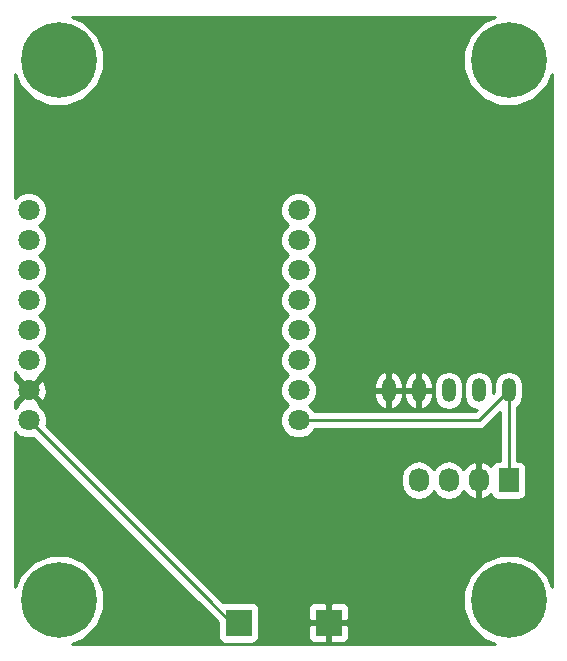
<source format=gbl>
G04 #@! TF.FileFunction,Copper,L2,Bot,Signal*
%FSLAX46Y46*%
G04 Gerber Fmt 4.6, Leading zero omitted, Abs format (unit mm)*
G04 Created by KiCad (PCBNEW 4.0.5+dfsg1-4) date Thu Jun  7 11:31:42 2018*
%MOMM*%
%LPD*%
G01*
G04 APERTURE LIST*
%ADD10C,0.100000*%
%ADD11O,1.200000X2.000000*%
%ADD12C,1.800000*%
%ADD13C,6.400000*%
%ADD14R,1.727200X2.032000*%
%ADD15O,1.727200X2.032000*%
%ADD16R,2.235200X2.235200*%
%ADD17C,0.250000*%
%ADD18C,0.254000*%
G04 APERTURE END LIST*
D10*
D11*
X170180000Y-88900000D03*
X172720000Y-88900000D03*
X175260000Y-88900000D03*
X177800000Y-88900000D03*
X180340000Y-88900000D03*
D12*
X139700000Y-73660000D03*
X139700000Y-76200000D03*
X139700000Y-78740000D03*
X139700000Y-81280000D03*
X139700000Y-83820000D03*
X139700000Y-86360000D03*
X139700000Y-88900000D03*
X139700000Y-91440000D03*
X162560000Y-91440000D03*
X162560000Y-88900000D03*
X162560000Y-86360000D03*
X162560000Y-83820000D03*
X162560000Y-81280000D03*
X162560000Y-78740000D03*
X162560000Y-76200000D03*
X162560000Y-73660000D03*
D13*
X142240000Y-106680000D03*
X180340000Y-106680000D03*
X180340000Y-60960000D03*
D14*
X180340000Y-96520000D03*
D15*
X177800000Y-96520000D03*
X175260000Y-96520000D03*
X172720000Y-96520000D03*
D13*
X142240000Y-60960000D03*
D16*
X165100000Y-108585000D03*
X157480000Y-108585000D03*
D17*
X162560000Y-91440000D02*
X177800000Y-91440000D01*
X177800000Y-91440000D02*
X180340000Y-88900000D01*
X180340000Y-96520000D02*
X180340000Y-88900000D01*
X157480000Y-108585000D02*
X156845000Y-108585000D01*
X156845000Y-108585000D02*
X154940000Y-106680000D01*
X154940000Y-106680000D02*
X139700000Y-91440000D01*
D18*
G36*
X178170485Y-57706950D02*
X177090741Y-58784811D01*
X176505667Y-60193825D01*
X176504336Y-61719482D01*
X177086950Y-63129515D01*
X178164811Y-64209259D01*
X179573825Y-64794333D01*
X181099482Y-64795664D01*
X182509515Y-64213050D01*
X183589259Y-63135189D01*
X184023000Y-62090625D01*
X184023000Y-105551043D01*
X183593050Y-104510485D01*
X182515189Y-103430741D01*
X181106175Y-102845667D01*
X179580518Y-102844336D01*
X178170485Y-103426950D01*
X177090741Y-104504811D01*
X176505667Y-105913825D01*
X176504336Y-107439482D01*
X177086950Y-108849515D01*
X178164811Y-109929259D01*
X179209375Y-110363000D01*
X143368957Y-110363000D01*
X144409515Y-109933050D01*
X145489259Y-108855189D01*
X146074333Y-107446175D01*
X146075664Y-105920518D01*
X145493050Y-104510485D01*
X144415189Y-103430741D01*
X143006175Y-102845667D01*
X141480518Y-102844336D01*
X140070485Y-103426950D01*
X138990741Y-104504811D01*
X138557000Y-105549375D01*
X138557000Y-92467717D01*
X138829357Y-92740551D01*
X139393330Y-92974733D01*
X140003991Y-92975265D01*
X140114713Y-92929515D01*
X155714960Y-108529762D01*
X155714960Y-109702600D01*
X155759238Y-109937917D01*
X155898310Y-110154041D01*
X156110510Y-110299031D01*
X156362400Y-110350040D01*
X158597600Y-110350040D01*
X158832917Y-110305762D01*
X159049041Y-110166690D01*
X159194031Y-109954490D01*
X159245040Y-109702600D01*
X159245040Y-108870750D01*
X163347400Y-108870750D01*
X163347400Y-109828910D01*
X163444073Y-110062299D01*
X163622702Y-110240927D01*
X163856091Y-110337600D01*
X164814250Y-110337600D01*
X164973000Y-110178850D01*
X164973000Y-108712000D01*
X165227000Y-108712000D01*
X165227000Y-110178850D01*
X165385750Y-110337600D01*
X166343909Y-110337600D01*
X166577298Y-110240927D01*
X166755927Y-110062299D01*
X166852600Y-109828910D01*
X166852600Y-108870750D01*
X166693850Y-108712000D01*
X165227000Y-108712000D01*
X164973000Y-108712000D01*
X163506150Y-108712000D01*
X163347400Y-108870750D01*
X159245040Y-108870750D01*
X159245040Y-107467400D01*
X159221274Y-107341090D01*
X163347400Y-107341090D01*
X163347400Y-108299250D01*
X163506150Y-108458000D01*
X164973000Y-108458000D01*
X164973000Y-106991150D01*
X165227000Y-106991150D01*
X165227000Y-108458000D01*
X166693850Y-108458000D01*
X166852600Y-108299250D01*
X166852600Y-107341090D01*
X166755927Y-107107701D01*
X166577298Y-106929073D01*
X166343909Y-106832400D01*
X165385750Y-106832400D01*
X165227000Y-106991150D01*
X164973000Y-106991150D01*
X164814250Y-106832400D01*
X163856091Y-106832400D01*
X163622702Y-106929073D01*
X163444073Y-107107701D01*
X163347400Y-107341090D01*
X159221274Y-107341090D01*
X159200762Y-107232083D01*
X159061690Y-107015959D01*
X158849490Y-106870969D01*
X158597600Y-106819960D01*
X156362400Y-106819960D01*
X156187645Y-106852843D01*
X145670057Y-96335255D01*
X171221400Y-96335255D01*
X171221400Y-96704745D01*
X171335474Y-97278234D01*
X171660330Y-97764415D01*
X172146511Y-98089271D01*
X172720000Y-98203345D01*
X173293489Y-98089271D01*
X173779670Y-97764415D01*
X173990000Y-97449634D01*
X174200330Y-97764415D01*
X174686511Y-98089271D01*
X175260000Y-98203345D01*
X175833489Y-98089271D01*
X176319670Y-97764415D01*
X176526461Y-97454931D01*
X176897964Y-97870732D01*
X177425209Y-98124709D01*
X177440974Y-98127358D01*
X177673000Y-98006217D01*
X177673000Y-96647000D01*
X177653000Y-96647000D01*
X177653000Y-96393000D01*
X177673000Y-96393000D01*
X177673000Y-95033783D01*
X177440974Y-94912642D01*
X177425209Y-94915291D01*
X176897964Y-95169268D01*
X176526461Y-95585069D01*
X176319670Y-95275585D01*
X175833489Y-94950729D01*
X175260000Y-94836655D01*
X174686511Y-94950729D01*
X174200330Y-95275585D01*
X173990000Y-95590366D01*
X173779670Y-95275585D01*
X173293489Y-94950729D01*
X172720000Y-94836655D01*
X172146511Y-94950729D01*
X171660330Y-95275585D01*
X171335474Y-95761766D01*
X171221400Y-96335255D01*
X145670057Y-96335255D01*
X141189766Y-91854964D01*
X141234733Y-91746670D01*
X141235265Y-91136009D01*
X141002068Y-90571629D01*
X140570643Y-90139449D01*
X140549806Y-90130797D01*
X140600554Y-89980159D01*
X139700000Y-89079605D01*
X138799446Y-89980159D01*
X138850035Y-90130327D01*
X138831629Y-90137932D01*
X138557000Y-90412081D01*
X138557000Y-89779384D01*
X138619841Y-89800554D01*
X139520395Y-88900000D01*
X139879605Y-88900000D01*
X140780159Y-89800554D01*
X141036643Y-89714148D01*
X141246458Y-89140664D01*
X141220839Y-88530540D01*
X141036643Y-88085852D01*
X140780159Y-87999446D01*
X139879605Y-88900000D01*
X139520395Y-88900000D01*
X138619841Y-87999446D01*
X138557000Y-88020616D01*
X138557000Y-87387717D01*
X138829357Y-87660551D01*
X138850194Y-87669203D01*
X138799446Y-87819841D01*
X139700000Y-88720395D01*
X140600554Y-87819841D01*
X140549965Y-87669673D01*
X140568371Y-87662068D01*
X141000551Y-87230643D01*
X141234733Y-86666670D01*
X141235265Y-86056009D01*
X141002068Y-85491629D01*
X140600818Y-85089677D01*
X141000551Y-84690643D01*
X141234733Y-84126670D01*
X141235265Y-83516009D01*
X141002068Y-82951629D01*
X140600818Y-82549677D01*
X141000551Y-82150643D01*
X141234733Y-81586670D01*
X141235265Y-80976009D01*
X141002068Y-80411629D01*
X140600818Y-80009677D01*
X141000551Y-79610643D01*
X141234733Y-79046670D01*
X141235265Y-78436009D01*
X141002068Y-77871629D01*
X140600818Y-77469677D01*
X141000551Y-77070643D01*
X141234733Y-76506670D01*
X141235265Y-75896009D01*
X141002068Y-75331629D01*
X140600818Y-74929677D01*
X141000551Y-74530643D01*
X141234733Y-73966670D01*
X141234735Y-73963991D01*
X161024735Y-73963991D01*
X161257932Y-74528371D01*
X161659182Y-74930323D01*
X161259449Y-75329357D01*
X161025267Y-75893330D01*
X161024735Y-76503991D01*
X161257932Y-77068371D01*
X161659182Y-77470323D01*
X161259449Y-77869357D01*
X161025267Y-78433330D01*
X161024735Y-79043991D01*
X161257932Y-79608371D01*
X161659182Y-80010323D01*
X161259449Y-80409357D01*
X161025267Y-80973330D01*
X161024735Y-81583991D01*
X161257932Y-82148371D01*
X161659182Y-82550323D01*
X161259449Y-82949357D01*
X161025267Y-83513330D01*
X161024735Y-84123991D01*
X161257932Y-84688371D01*
X161659182Y-85090323D01*
X161259449Y-85489357D01*
X161025267Y-86053330D01*
X161024735Y-86663991D01*
X161257932Y-87228371D01*
X161659182Y-87630323D01*
X161259449Y-88029357D01*
X161025267Y-88593330D01*
X161024735Y-89203991D01*
X161257932Y-89768371D01*
X161659182Y-90170323D01*
X161259449Y-90569357D01*
X161025267Y-91133330D01*
X161024735Y-91743991D01*
X161257932Y-92308371D01*
X161689357Y-92740551D01*
X162253330Y-92974733D01*
X162863991Y-92975265D01*
X163428371Y-92742068D01*
X163860551Y-92310643D01*
X163906494Y-92200000D01*
X177800000Y-92200000D01*
X178090839Y-92142148D01*
X178337401Y-91977401D01*
X179580000Y-90734802D01*
X179580000Y-94856560D01*
X179476400Y-94856560D01*
X179241083Y-94900838D01*
X179024959Y-95039910D01*
X178879969Y-95252110D01*
X178860768Y-95346927D01*
X178702036Y-95169268D01*
X178174791Y-94915291D01*
X178159026Y-94912642D01*
X177927000Y-95033783D01*
X177927000Y-96393000D01*
X177947000Y-96393000D01*
X177947000Y-96647000D01*
X177927000Y-96647000D01*
X177927000Y-98006217D01*
X178159026Y-98127358D01*
X178174791Y-98124709D01*
X178702036Y-97870732D01*
X178858907Y-97695155D01*
X178873238Y-97771317D01*
X179012310Y-97987441D01*
X179224510Y-98132431D01*
X179476400Y-98183440D01*
X181203600Y-98183440D01*
X181438917Y-98139162D01*
X181655041Y-98000090D01*
X181800031Y-97787890D01*
X181851040Y-97536000D01*
X181851040Y-95504000D01*
X181806762Y-95268683D01*
X181667690Y-95052559D01*
X181455490Y-94907569D01*
X181203600Y-94856560D01*
X181100000Y-94856560D01*
X181100000Y-90280998D01*
X181213277Y-90205309D01*
X181480991Y-89804646D01*
X181575000Y-89332032D01*
X181575000Y-88467968D01*
X181480991Y-87995354D01*
X181213277Y-87594691D01*
X180812614Y-87326977D01*
X180340000Y-87232968D01*
X179867386Y-87326977D01*
X179466723Y-87594691D01*
X179199009Y-87995354D01*
X179105000Y-88467968D01*
X179105000Y-89060198D01*
X179035000Y-89130198D01*
X179035000Y-88467968D01*
X178940991Y-87995354D01*
X178673277Y-87594691D01*
X178272614Y-87326977D01*
X177800000Y-87232968D01*
X177327386Y-87326977D01*
X176926723Y-87594691D01*
X176659009Y-87995354D01*
X176565000Y-88467968D01*
X176565000Y-89332032D01*
X176659009Y-89804646D01*
X176926723Y-90205309D01*
X177327386Y-90473023D01*
X177631652Y-90533546D01*
X177485198Y-90680000D01*
X163906846Y-90680000D01*
X163862068Y-90571629D01*
X163460818Y-90169677D01*
X163860551Y-89770643D01*
X164094733Y-89206670D01*
X164094889Y-89027000D01*
X168945000Y-89027000D01*
X168945000Y-89427000D01*
X169087610Y-89889947D01*
X169396526Y-90263080D01*
X169824719Y-90489592D01*
X169862391Y-90493462D01*
X170053000Y-90368731D01*
X170053000Y-89027000D01*
X170307000Y-89027000D01*
X170307000Y-90368731D01*
X170497609Y-90493462D01*
X170535281Y-90489592D01*
X170963474Y-90263080D01*
X171272390Y-89889947D01*
X171415000Y-89427000D01*
X171415000Y-89027000D01*
X171485000Y-89027000D01*
X171485000Y-89427000D01*
X171627610Y-89889947D01*
X171936526Y-90263080D01*
X172364719Y-90489592D01*
X172402391Y-90493462D01*
X172593000Y-90368731D01*
X172593000Y-89027000D01*
X172847000Y-89027000D01*
X172847000Y-90368731D01*
X173037609Y-90493462D01*
X173075281Y-90489592D01*
X173503474Y-90263080D01*
X173812390Y-89889947D01*
X173955000Y-89427000D01*
X173955000Y-89027000D01*
X172847000Y-89027000D01*
X172593000Y-89027000D01*
X171485000Y-89027000D01*
X171415000Y-89027000D01*
X170307000Y-89027000D01*
X170053000Y-89027000D01*
X168945000Y-89027000D01*
X164094889Y-89027000D01*
X164095265Y-88596009D01*
X164003120Y-88373000D01*
X168945000Y-88373000D01*
X168945000Y-88773000D01*
X170053000Y-88773000D01*
X170053000Y-87431269D01*
X170307000Y-87431269D01*
X170307000Y-88773000D01*
X171415000Y-88773000D01*
X171415000Y-88373000D01*
X171485000Y-88373000D01*
X171485000Y-88773000D01*
X172593000Y-88773000D01*
X172593000Y-87431269D01*
X172847000Y-87431269D01*
X172847000Y-88773000D01*
X173955000Y-88773000D01*
X173955000Y-88467968D01*
X174025000Y-88467968D01*
X174025000Y-89332032D01*
X174119009Y-89804646D01*
X174386723Y-90205309D01*
X174787386Y-90473023D01*
X175260000Y-90567032D01*
X175732614Y-90473023D01*
X176133277Y-90205309D01*
X176400991Y-89804646D01*
X176495000Y-89332032D01*
X176495000Y-88467968D01*
X176400991Y-87995354D01*
X176133277Y-87594691D01*
X175732614Y-87326977D01*
X175260000Y-87232968D01*
X174787386Y-87326977D01*
X174386723Y-87594691D01*
X174119009Y-87995354D01*
X174025000Y-88467968D01*
X173955000Y-88467968D01*
X173955000Y-88373000D01*
X173812390Y-87910053D01*
X173503474Y-87536920D01*
X173075281Y-87310408D01*
X173037609Y-87306538D01*
X172847000Y-87431269D01*
X172593000Y-87431269D01*
X172402391Y-87306538D01*
X172364719Y-87310408D01*
X171936526Y-87536920D01*
X171627610Y-87910053D01*
X171485000Y-88373000D01*
X171415000Y-88373000D01*
X171272390Y-87910053D01*
X170963474Y-87536920D01*
X170535281Y-87310408D01*
X170497609Y-87306538D01*
X170307000Y-87431269D01*
X170053000Y-87431269D01*
X169862391Y-87306538D01*
X169824719Y-87310408D01*
X169396526Y-87536920D01*
X169087610Y-87910053D01*
X168945000Y-88373000D01*
X164003120Y-88373000D01*
X163862068Y-88031629D01*
X163460818Y-87629677D01*
X163860551Y-87230643D01*
X164094733Y-86666670D01*
X164095265Y-86056009D01*
X163862068Y-85491629D01*
X163460818Y-85089677D01*
X163860551Y-84690643D01*
X164094733Y-84126670D01*
X164095265Y-83516009D01*
X163862068Y-82951629D01*
X163460818Y-82549677D01*
X163860551Y-82150643D01*
X164094733Y-81586670D01*
X164095265Y-80976009D01*
X163862068Y-80411629D01*
X163460818Y-80009677D01*
X163860551Y-79610643D01*
X164094733Y-79046670D01*
X164095265Y-78436009D01*
X163862068Y-77871629D01*
X163460818Y-77469677D01*
X163860551Y-77070643D01*
X164094733Y-76506670D01*
X164095265Y-75896009D01*
X163862068Y-75331629D01*
X163460818Y-74929677D01*
X163860551Y-74530643D01*
X164094733Y-73966670D01*
X164095265Y-73356009D01*
X163862068Y-72791629D01*
X163430643Y-72359449D01*
X162866670Y-72125267D01*
X162256009Y-72124735D01*
X161691629Y-72357932D01*
X161259449Y-72789357D01*
X161025267Y-73353330D01*
X161024735Y-73963991D01*
X141234735Y-73963991D01*
X141235265Y-73356009D01*
X141002068Y-72791629D01*
X140570643Y-72359449D01*
X140006670Y-72125267D01*
X139396009Y-72124735D01*
X138831629Y-72357932D01*
X138557000Y-72632081D01*
X138557000Y-62088957D01*
X138986950Y-63129515D01*
X140064811Y-64209259D01*
X141473825Y-64794333D01*
X142999482Y-64795664D01*
X144409515Y-64213050D01*
X145489259Y-63135189D01*
X146074333Y-61726175D01*
X146075664Y-60200518D01*
X145493050Y-58790485D01*
X144415189Y-57710741D01*
X143370625Y-57277000D01*
X179211043Y-57277000D01*
X178170485Y-57706950D01*
X178170485Y-57706950D01*
G37*
X178170485Y-57706950D02*
X177090741Y-58784811D01*
X176505667Y-60193825D01*
X176504336Y-61719482D01*
X177086950Y-63129515D01*
X178164811Y-64209259D01*
X179573825Y-64794333D01*
X181099482Y-64795664D01*
X182509515Y-64213050D01*
X183589259Y-63135189D01*
X184023000Y-62090625D01*
X184023000Y-105551043D01*
X183593050Y-104510485D01*
X182515189Y-103430741D01*
X181106175Y-102845667D01*
X179580518Y-102844336D01*
X178170485Y-103426950D01*
X177090741Y-104504811D01*
X176505667Y-105913825D01*
X176504336Y-107439482D01*
X177086950Y-108849515D01*
X178164811Y-109929259D01*
X179209375Y-110363000D01*
X143368957Y-110363000D01*
X144409515Y-109933050D01*
X145489259Y-108855189D01*
X146074333Y-107446175D01*
X146075664Y-105920518D01*
X145493050Y-104510485D01*
X144415189Y-103430741D01*
X143006175Y-102845667D01*
X141480518Y-102844336D01*
X140070485Y-103426950D01*
X138990741Y-104504811D01*
X138557000Y-105549375D01*
X138557000Y-92467717D01*
X138829357Y-92740551D01*
X139393330Y-92974733D01*
X140003991Y-92975265D01*
X140114713Y-92929515D01*
X155714960Y-108529762D01*
X155714960Y-109702600D01*
X155759238Y-109937917D01*
X155898310Y-110154041D01*
X156110510Y-110299031D01*
X156362400Y-110350040D01*
X158597600Y-110350040D01*
X158832917Y-110305762D01*
X159049041Y-110166690D01*
X159194031Y-109954490D01*
X159245040Y-109702600D01*
X159245040Y-108870750D01*
X163347400Y-108870750D01*
X163347400Y-109828910D01*
X163444073Y-110062299D01*
X163622702Y-110240927D01*
X163856091Y-110337600D01*
X164814250Y-110337600D01*
X164973000Y-110178850D01*
X164973000Y-108712000D01*
X165227000Y-108712000D01*
X165227000Y-110178850D01*
X165385750Y-110337600D01*
X166343909Y-110337600D01*
X166577298Y-110240927D01*
X166755927Y-110062299D01*
X166852600Y-109828910D01*
X166852600Y-108870750D01*
X166693850Y-108712000D01*
X165227000Y-108712000D01*
X164973000Y-108712000D01*
X163506150Y-108712000D01*
X163347400Y-108870750D01*
X159245040Y-108870750D01*
X159245040Y-107467400D01*
X159221274Y-107341090D01*
X163347400Y-107341090D01*
X163347400Y-108299250D01*
X163506150Y-108458000D01*
X164973000Y-108458000D01*
X164973000Y-106991150D01*
X165227000Y-106991150D01*
X165227000Y-108458000D01*
X166693850Y-108458000D01*
X166852600Y-108299250D01*
X166852600Y-107341090D01*
X166755927Y-107107701D01*
X166577298Y-106929073D01*
X166343909Y-106832400D01*
X165385750Y-106832400D01*
X165227000Y-106991150D01*
X164973000Y-106991150D01*
X164814250Y-106832400D01*
X163856091Y-106832400D01*
X163622702Y-106929073D01*
X163444073Y-107107701D01*
X163347400Y-107341090D01*
X159221274Y-107341090D01*
X159200762Y-107232083D01*
X159061690Y-107015959D01*
X158849490Y-106870969D01*
X158597600Y-106819960D01*
X156362400Y-106819960D01*
X156187645Y-106852843D01*
X145670057Y-96335255D01*
X171221400Y-96335255D01*
X171221400Y-96704745D01*
X171335474Y-97278234D01*
X171660330Y-97764415D01*
X172146511Y-98089271D01*
X172720000Y-98203345D01*
X173293489Y-98089271D01*
X173779670Y-97764415D01*
X173990000Y-97449634D01*
X174200330Y-97764415D01*
X174686511Y-98089271D01*
X175260000Y-98203345D01*
X175833489Y-98089271D01*
X176319670Y-97764415D01*
X176526461Y-97454931D01*
X176897964Y-97870732D01*
X177425209Y-98124709D01*
X177440974Y-98127358D01*
X177673000Y-98006217D01*
X177673000Y-96647000D01*
X177653000Y-96647000D01*
X177653000Y-96393000D01*
X177673000Y-96393000D01*
X177673000Y-95033783D01*
X177440974Y-94912642D01*
X177425209Y-94915291D01*
X176897964Y-95169268D01*
X176526461Y-95585069D01*
X176319670Y-95275585D01*
X175833489Y-94950729D01*
X175260000Y-94836655D01*
X174686511Y-94950729D01*
X174200330Y-95275585D01*
X173990000Y-95590366D01*
X173779670Y-95275585D01*
X173293489Y-94950729D01*
X172720000Y-94836655D01*
X172146511Y-94950729D01*
X171660330Y-95275585D01*
X171335474Y-95761766D01*
X171221400Y-96335255D01*
X145670057Y-96335255D01*
X141189766Y-91854964D01*
X141234733Y-91746670D01*
X141235265Y-91136009D01*
X141002068Y-90571629D01*
X140570643Y-90139449D01*
X140549806Y-90130797D01*
X140600554Y-89980159D01*
X139700000Y-89079605D01*
X138799446Y-89980159D01*
X138850035Y-90130327D01*
X138831629Y-90137932D01*
X138557000Y-90412081D01*
X138557000Y-89779384D01*
X138619841Y-89800554D01*
X139520395Y-88900000D01*
X139879605Y-88900000D01*
X140780159Y-89800554D01*
X141036643Y-89714148D01*
X141246458Y-89140664D01*
X141220839Y-88530540D01*
X141036643Y-88085852D01*
X140780159Y-87999446D01*
X139879605Y-88900000D01*
X139520395Y-88900000D01*
X138619841Y-87999446D01*
X138557000Y-88020616D01*
X138557000Y-87387717D01*
X138829357Y-87660551D01*
X138850194Y-87669203D01*
X138799446Y-87819841D01*
X139700000Y-88720395D01*
X140600554Y-87819841D01*
X140549965Y-87669673D01*
X140568371Y-87662068D01*
X141000551Y-87230643D01*
X141234733Y-86666670D01*
X141235265Y-86056009D01*
X141002068Y-85491629D01*
X140600818Y-85089677D01*
X141000551Y-84690643D01*
X141234733Y-84126670D01*
X141235265Y-83516009D01*
X141002068Y-82951629D01*
X140600818Y-82549677D01*
X141000551Y-82150643D01*
X141234733Y-81586670D01*
X141235265Y-80976009D01*
X141002068Y-80411629D01*
X140600818Y-80009677D01*
X141000551Y-79610643D01*
X141234733Y-79046670D01*
X141235265Y-78436009D01*
X141002068Y-77871629D01*
X140600818Y-77469677D01*
X141000551Y-77070643D01*
X141234733Y-76506670D01*
X141235265Y-75896009D01*
X141002068Y-75331629D01*
X140600818Y-74929677D01*
X141000551Y-74530643D01*
X141234733Y-73966670D01*
X141234735Y-73963991D01*
X161024735Y-73963991D01*
X161257932Y-74528371D01*
X161659182Y-74930323D01*
X161259449Y-75329357D01*
X161025267Y-75893330D01*
X161024735Y-76503991D01*
X161257932Y-77068371D01*
X161659182Y-77470323D01*
X161259449Y-77869357D01*
X161025267Y-78433330D01*
X161024735Y-79043991D01*
X161257932Y-79608371D01*
X161659182Y-80010323D01*
X161259449Y-80409357D01*
X161025267Y-80973330D01*
X161024735Y-81583991D01*
X161257932Y-82148371D01*
X161659182Y-82550323D01*
X161259449Y-82949357D01*
X161025267Y-83513330D01*
X161024735Y-84123991D01*
X161257932Y-84688371D01*
X161659182Y-85090323D01*
X161259449Y-85489357D01*
X161025267Y-86053330D01*
X161024735Y-86663991D01*
X161257932Y-87228371D01*
X161659182Y-87630323D01*
X161259449Y-88029357D01*
X161025267Y-88593330D01*
X161024735Y-89203991D01*
X161257932Y-89768371D01*
X161659182Y-90170323D01*
X161259449Y-90569357D01*
X161025267Y-91133330D01*
X161024735Y-91743991D01*
X161257932Y-92308371D01*
X161689357Y-92740551D01*
X162253330Y-92974733D01*
X162863991Y-92975265D01*
X163428371Y-92742068D01*
X163860551Y-92310643D01*
X163906494Y-92200000D01*
X177800000Y-92200000D01*
X178090839Y-92142148D01*
X178337401Y-91977401D01*
X179580000Y-90734802D01*
X179580000Y-94856560D01*
X179476400Y-94856560D01*
X179241083Y-94900838D01*
X179024959Y-95039910D01*
X178879969Y-95252110D01*
X178860768Y-95346927D01*
X178702036Y-95169268D01*
X178174791Y-94915291D01*
X178159026Y-94912642D01*
X177927000Y-95033783D01*
X177927000Y-96393000D01*
X177947000Y-96393000D01*
X177947000Y-96647000D01*
X177927000Y-96647000D01*
X177927000Y-98006217D01*
X178159026Y-98127358D01*
X178174791Y-98124709D01*
X178702036Y-97870732D01*
X178858907Y-97695155D01*
X178873238Y-97771317D01*
X179012310Y-97987441D01*
X179224510Y-98132431D01*
X179476400Y-98183440D01*
X181203600Y-98183440D01*
X181438917Y-98139162D01*
X181655041Y-98000090D01*
X181800031Y-97787890D01*
X181851040Y-97536000D01*
X181851040Y-95504000D01*
X181806762Y-95268683D01*
X181667690Y-95052559D01*
X181455490Y-94907569D01*
X181203600Y-94856560D01*
X181100000Y-94856560D01*
X181100000Y-90280998D01*
X181213277Y-90205309D01*
X181480991Y-89804646D01*
X181575000Y-89332032D01*
X181575000Y-88467968D01*
X181480991Y-87995354D01*
X181213277Y-87594691D01*
X180812614Y-87326977D01*
X180340000Y-87232968D01*
X179867386Y-87326977D01*
X179466723Y-87594691D01*
X179199009Y-87995354D01*
X179105000Y-88467968D01*
X179105000Y-89060198D01*
X179035000Y-89130198D01*
X179035000Y-88467968D01*
X178940991Y-87995354D01*
X178673277Y-87594691D01*
X178272614Y-87326977D01*
X177800000Y-87232968D01*
X177327386Y-87326977D01*
X176926723Y-87594691D01*
X176659009Y-87995354D01*
X176565000Y-88467968D01*
X176565000Y-89332032D01*
X176659009Y-89804646D01*
X176926723Y-90205309D01*
X177327386Y-90473023D01*
X177631652Y-90533546D01*
X177485198Y-90680000D01*
X163906846Y-90680000D01*
X163862068Y-90571629D01*
X163460818Y-90169677D01*
X163860551Y-89770643D01*
X164094733Y-89206670D01*
X164094889Y-89027000D01*
X168945000Y-89027000D01*
X168945000Y-89427000D01*
X169087610Y-89889947D01*
X169396526Y-90263080D01*
X169824719Y-90489592D01*
X169862391Y-90493462D01*
X170053000Y-90368731D01*
X170053000Y-89027000D01*
X170307000Y-89027000D01*
X170307000Y-90368731D01*
X170497609Y-90493462D01*
X170535281Y-90489592D01*
X170963474Y-90263080D01*
X171272390Y-89889947D01*
X171415000Y-89427000D01*
X171415000Y-89027000D01*
X171485000Y-89027000D01*
X171485000Y-89427000D01*
X171627610Y-89889947D01*
X171936526Y-90263080D01*
X172364719Y-90489592D01*
X172402391Y-90493462D01*
X172593000Y-90368731D01*
X172593000Y-89027000D01*
X172847000Y-89027000D01*
X172847000Y-90368731D01*
X173037609Y-90493462D01*
X173075281Y-90489592D01*
X173503474Y-90263080D01*
X173812390Y-89889947D01*
X173955000Y-89427000D01*
X173955000Y-89027000D01*
X172847000Y-89027000D01*
X172593000Y-89027000D01*
X171485000Y-89027000D01*
X171415000Y-89027000D01*
X170307000Y-89027000D01*
X170053000Y-89027000D01*
X168945000Y-89027000D01*
X164094889Y-89027000D01*
X164095265Y-88596009D01*
X164003120Y-88373000D01*
X168945000Y-88373000D01*
X168945000Y-88773000D01*
X170053000Y-88773000D01*
X170053000Y-87431269D01*
X170307000Y-87431269D01*
X170307000Y-88773000D01*
X171415000Y-88773000D01*
X171415000Y-88373000D01*
X171485000Y-88373000D01*
X171485000Y-88773000D01*
X172593000Y-88773000D01*
X172593000Y-87431269D01*
X172847000Y-87431269D01*
X172847000Y-88773000D01*
X173955000Y-88773000D01*
X173955000Y-88467968D01*
X174025000Y-88467968D01*
X174025000Y-89332032D01*
X174119009Y-89804646D01*
X174386723Y-90205309D01*
X174787386Y-90473023D01*
X175260000Y-90567032D01*
X175732614Y-90473023D01*
X176133277Y-90205309D01*
X176400991Y-89804646D01*
X176495000Y-89332032D01*
X176495000Y-88467968D01*
X176400991Y-87995354D01*
X176133277Y-87594691D01*
X175732614Y-87326977D01*
X175260000Y-87232968D01*
X174787386Y-87326977D01*
X174386723Y-87594691D01*
X174119009Y-87995354D01*
X174025000Y-88467968D01*
X173955000Y-88467968D01*
X173955000Y-88373000D01*
X173812390Y-87910053D01*
X173503474Y-87536920D01*
X173075281Y-87310408D01*
X173037609Y-87306538D01*
X172847000Y-87431269D01*
X172593000Y-87431269D01*
X172402391Y-87306538D01*
X172364719Y-87310408D01*
X171936526Y-87536920D01*
X171627610Y-87910053D01*
X171485000Y-88373000D01*
X171415000Y-88373000D01*
X171272390Y-87910053D01*
X170963474Y-87536920D01*
X170535281Y-87310408D01*
X170497609Y-87306538D01*
X170307000Y-87431269D01*
X170053000Y-87431269D01*
X169862391Y-87306538D01*
X169824719Y-87310408D01*
X169396526Y-87536920D01*
X169087610Y-87910053D01*
X168945000Y-88373000D01*
X164003120Y-88373000D01*
X163862068Y-88031629D01*
X163460818Y-87629677D01*
X163860551Y-87230643D01*
X164094733Y-86666670D01*
X164095265Y-86056009D01*
X163862068Y-85491629D01*
X163460818Y-85089677D01*
X163860551Y-84690643D01*
X164094733Y-84126670D01*
X164095265Y-83516009D01*
X163862068Y-82951629D01*
X163460818Y-82549677D01*
X163860551Y-82150643D01*
X164094733Y-81586670D01*
X164095265Y-80976009D01*
X163862068Y-80411629D01*
X163460818Y-80009677D01*
X163860551Y-79610643D01*
X164094733Y-79046670D01*
X164095265Y-78436009D01*
X163862068Y-77871629D01*
X163460818Y-77469677D01*
X163860551Y-77070643D01*
X164094733Y-76506670D01*
X164095265Y-75896009D01*
X163862068Y-75331629D01*
X163460818Y-74929677D01*
X163860551Y-74530643D01*
X164094733Y-73966670D01*
X164095265Y-73356009D01*
X163862068Y-72791629D01*
X163430643Y-72359449D01*
X162866670Y-72125267D01*
X162256009Y-72124735D01*
X161691629Y-72357932D01*
X161259449Y-72789357D01*
X161025267Y-73353330D01*
X161024735Y-73963991D01*
X141234735Y-73963991D01*
X141235265Y-73356009D01*
X141002068Y-72791629D01*
X140570643Y-72359449D01*
X140006670Y-72125267D01*
X139396009Y-72124735D01*
X138831629Y-72357932D01*
X138557000Y-72632081D01*
X138557000Y-62088957D01*
X138986950Y-63129515D01*
X140064811Y-64209259D01*
X141473825Y-64794333D01*
X142999482Y-64795664D01*
X144409515Y-64213050D01*
X145489259Y-63135189D01*
X146074333Y-61726175D01*
X146075664Y-60200518D01*
X145493050Y-58790485D01*
X144415189Y-57710741D01*
X143370625Y-57277000D01*
X179211043Y-57277000D01*
X178170485Y-57706950D01*
M02*

</source>
